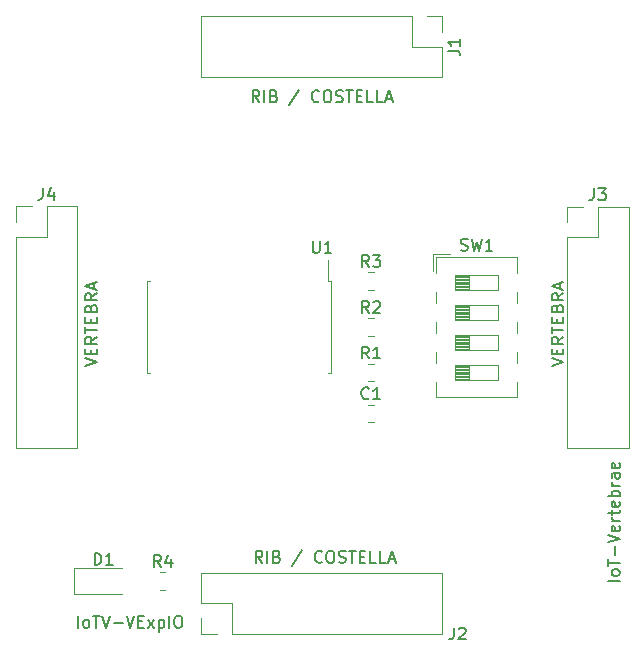
<source format=gbr>
%TF.GenerationSoftware,KiCad,Pcbnew,6.0.7+dfsg-1~bpo11+1*%
%TF.CreationDate,2022-10-12T23:47:36+02:00*%
%TF.ProjectId,vertExpIO_00,76657274-4578-4704-994f-5f30302e6b69,rev?*%
%TF.SameCoordinates,Original*%
%TF.FileFunction,Legend,Top*%
%TF.FilePolarity,Positive*%
%FSLAX46Y46*%
G04 Gerber Fmt 4.6, Leading zero omitted, Abs format (unit mm)*
G04 Created by KiCad (PCBNEW 6.0.7+dfsg-1~bpo11+1) date 2022-10-12 23:47:36*
%MOMM*%
%LPD*%
G01*
G04 APERTURE LIST*
%ADD10C,0.150000*%
%ADD11C,0.120000*%
G04 APERTURE END LIST*
D10*
X141691785Y-81682380D02*
X141358452Y-81206190D01*
X141120357Y-81682380D02*
X141120357Y-80682380D01*
X141501309Y-80682380D01*
X141596547Y-80730000D01*
X141644166Y-80777619D01*
X141691785Y-80872857D01*
X141691785Y-81015714D01*
X141644166Y-81110952D01*
X141596547Y-81158571D01*
X141501309Y-81206190D01*
X141120357Y-81206190D01*
X142120357Y-81682380D02*
X142120357Y-80682380D01*
X142929880Y-81158571D02*
X143072738Y-81206190D01*
X143120357Y-81253809D01*
X143167976Y-81349047D01*
X143167976Y-81491904D01*
X143120357Y-81587142D01*
X143072738Y-81634761D01*
X142977500Y-81682380D01*
X142596547Y-81682380D01*
X142596547Y-80682380D01*
X142929880Y-80682380D01*
X143025119Y-80730000D01*
X143072738Y-80777619D01*
X143120357Y-80872857D01*
X143120357Y-80968095D01*
X143072738Y-81063333D01*
X143025119Y-81110952D01*
X142929880Y-81158571D01*
X142596547Y-81158571D01*
X145072738Y-80634761D02*
X144215595Y-81920476D01*
X146739404Y-81587142D02*
X146691785Y-81634761D01*
X146548928Y-81682380D01*
X146453690Y-81682380D01*
X146310833Y-81634761D01*
X146215595Y-81539523D01*
X146167976Y-81444285D01*
X146120357Y-81253809D01*
X146120357Y-81110952D01*
X146167976Y-80920476D01*
X146215595Y-80825238D01*
X146310833Y-80730000D01*
X146453690Y-80682380D01*
X146548928Y-80682380D01*
X146691785Y-80730000D01*
X146739404Y-80777619D01*
X147358452Y-80682380D02*
X147548928Y-80682380D01*
X147644166Y-80730000D01*
X147739404Y-80825238D01*
X147787023Y-81015714D01*
X147787023Y-81349047D01*
X147739404Y-81539523D01*
X147644166Y-81634761D01*
X147548928Y-81682380D01*
X147358452Y-81682380D01*
X147263214Y-81634761D01*
X147167976Y-81539523D01*
X147120357Y-81349047D01*
X147120357Y-81015714D01*
X147167976Y-80825238D01*
X147263214Y-80730000D01*
X147358452Y-80682380D01*
X148167976Y-81634761D02*
X148310833Y-81682380D01*
X148548928Y-81682380D01*
X148644166Y-81634761D01*
X148691785Y-81587142D01*
X148739404Y-81491904D01*
X148739404Y-81396666D01*
X148691785Y-81301428D01*
X148644166Y-81253809D01*
X148548928Y-81206190D01*
X148358452Y-81158571D01*
X148263214Y-81110952D01*
X148215595Y-81063333D01*
X148167976Y-80968095D01*
X148167976Y-80872857D01*
X148215595Y-80777619D01*
X148263214Y-80730000D01*
X148358452Y-80682380D01*
X148596547Y-80682380D01*
X148739404Y-80730000D01*
X149025119Y-80682380D02*
X149596547Y-80682380D01*
X149310833Y-81682380D02*
X149310833Y-80682380D01*
X149929880Y-81158571D02*
X150263214Y-81158571D01*
X150406071Y-81682380D02*
X149929880Y-81682380D01*
X149929880Y-80682380D01*
X150406071Y-80682380D01*
X151310833Y-81682380D02*
X150834642Y-81682380D01*
X150834642Y-80682380D01*
X152120357Y-81682380D02*
X151644166Y-81682380D01*
X151644166Y-80682380D01*
X152406071Y-81396666D02*
X152882261Y-81396666D01*
X152310833Y-81682380D02*
X152644166Y-80682380D01*
X152977500Y-81682380D01*
X126346547Y-126182380D02*
X126346547Y-125182380D01*
X126965595Y-126182380D02*
X126870357Y-126134761D01*
X126822738Y-126087142D01*
X126775119Y-125991904D01*
X126775119Y-125706190D01*
X126822738Y-125610952D01*
X126870357Y-125563333D01*
X126965595Y-125515714D01*
X127108452Y-125515714D01*
X127203690Y-125563333D01*
X127251309Y-125610952D01*
X127298928Y-125706190D01*
X127298928Y-125991904D01*
X127251309Y-126087142D01*
X127203690Y-126134761D01*
X127108452Y-126182380D01*
X126965595Y-126182380D01*
X127584642Y-125182380D02*
X128156071Y-125182380D01*
X127870357Y-126182380D02*
X127870357Y-125182380D01*
X128346547Y-125182380D02*
X128679880Y-126182380D01*
X129013214Y-125182380D01*
X129346547Y-125801428D02*
X130108452Y-125801428D01*
X130441785Y-125182380D02*
X130775119Y-126182380D01*
X131108452Y-125182380D01*
X131441785Y-125658571D02*
X131775119Y-125658571D01*
X131917976Y-126182380D02*
X131441785Y-126182380D01*
X131441785Y-125182380D01*
X131917976Y-125182380D01*
X132251309Y-126182380D02*
X132775119Y-125515714D01*
X132251309Y-125515714D02*
X132775119Y-126182380D01*
X133156071Y-125515714D02*
X133156071Y-126515714D01*
X133156071Y-125563333D02*
X133251309Y-125515714D01*
X133441785Y-125515714D01*
X133537023Y-125563333D01*
X133584642Y-125610952D01*
X133632261Y-125706190D01*
X133632261Y-125991904D01*
X133584642Y-126087142D01*
X133537023Y-126134761D01*
X133441785Y-126182380D01*
X133251309Y-126182380D01*
X133156071Y-126134761D01*
X134060833Y-126182380D02*
X134060833Y-125182380D01*
X134727500Y-125182380D02*
X134917976Y-125182380D01*
X135013214Y-125230000D01*
X135108452Y-125325238D01*
X135156071Y-125515714D01*
X135156071Y-125849047D01*
X135108452Y-126039523D01*
X135013214Y-126134761D01*
X134917976Y-126182380D01*
X134727500Y-126182380D01*
X134632261Y-126134761D01*
X134537023Y-126039523D01*
X134489404Y-125849047D01*
X134489404Y-125515714D01*
X134537023Y-125325238D01*
X134632261Y-125230000D01*
X134727500Y-125182380D01*
X126929880Y-104027619D02*
X127929880Y-103694285D01*
X126929880Y-103360952D01*
X127406071Y-103027619D02*
X127406071Y-102694285D01*
X127929880Y-102551428D02*
X127929880Y-103027619D01*
X126929880Y-103027619D01*
X126929880Y-102551428D01*
X127929880Y-101551428D02*
X127453690Y-101884761D01*
X127929880Y-102122857D02*
X126929880Y-102122857D01*
X126929880Y-101741904D01*
X126977500Y-101646666D01*
X127025119Y-101599047D01*
X127120357Y-101551428D01*
X127263214Y-101551428D01*
X127358452Y-101599047D01*
X127406071Y-101646666D01*
X127453690Y-101741904D01*
X127453690Y-102122857D01*
X126929880Y-101265714D02*
X126929880Y-100694285D01*
X127929880Y-100980000D02*
X126929880Y-100980000D01*
X127406071Y-100360952D02*
X127406071Y-100027619D01*
X127929880Y-99884761D02*
X127929880Y-100360952D01*
X126929880Y-100360952D01*
X126929880Y-99884761D01*
X127406071Y-99122857D02*
X127453690Y-98980000D01*
X127501309Y-98932380D01*
X127596547Y-98884761D01*
X127739404Y-98884761D01*
X127834642Y-98932380D01*
X127882261Y-98980000D01*
X127929880Y-99075238D01*
X127929880Y-99456190D01*
X126929880Y-99456190D01*
X126929880Y-99122857D01*
X126977500Y-99027619D01*
X127025119Y-98980000D01*
X127120357Y-98932380D01*
X127215595Y-98932380D01*
X127310833Y-98980000D01*
X127358452Y-99027619D01*
X127406071Y-99122857D01*
X127406071Y-99456190D01*
X127929880Y-97884761D02*
X127453690Y-98218095D01*
X127929880Y-98456190D02*
X126929880Y-98456190D01*
X126929880Y-98075238D01*
X126977500Y-97980000D01*
X127025119Y-97932380D01*
X127120357Y-97884761D01*
X127263214Y-97884761D01*
X127358452Y-97932380D01*
X127406071Y-97980000D01*
X127453690Y-98075238D01*
X127453690Y-98456190D01*
X127644166Y-97503809D02*
X127644166Y-97027619D01*
X127929880Y-97599047D02*
X126929880Y-97265714D01*
X127929880Y-96932380D01*
X172179880Y-122206190D02*
X171179880Y-122206190D01*
X172179880Y-121587142D02*
X172132261Y-121682380D01*
X172084642Y-121730000D01*
X171989404Y-121777619D01*
X171703690Y-121777619D01*
X171608452Y-121730000D01*
X171560833Y-121682380D01*
X171513214Y-121587142D01*
X171513214Y-121444285D01*
X171560833Y-121349047D01*
X171608452Y-121301428D01*
X171703690Y-121253809D01*
X171989404Y-121253809D01*
X172084642Y-121301428D01*
X172132261Y-121349047D01*
X172179880Y-121444285D01*
X172179880Y-121587142D01*
X171179880Y-120968095D02*
X171179880Y-120396666D01*
X172179880Y-120682380D02*
X171179880Y-120682380D01*
X171798928Y-120063333D02*
X171798928Y-119301428D01*
X171179880Y-118968095D02*
X172179880Y-118634761D01*
X171179880Y-118301428D01*
X172132261Y-117587142D02*
X172179880Y-117682380D01*
X172179880Y-117872857D01*
X172132261Y-117968095D01*
X172037023Y-118015714D01*
X171656071Y-118015714D01*
X171560833Y-117968095D01*
X171513214Y-117872857D01*
X171513214Y-117682380D01*
X171560833Y-117587142D01*
X171656071Y-117539523D01*
X171751309Y-117539523D01*
X171846547Y-118015714D01*
X172179880Y-117110952D02*
X171513214Y-117110952D01*
X171703690Y-117110952D02*
X171608452Y-117063333D01*
X171560833Y-117015714D01*
X171513214Y-116920476D01*
X171513214Y-116825238D01*
X171513214Y-116634761D02*
X171513214Y-116253809D01*
X171179880Y-116491904D02*
X172037023Y-116491904D01*
X172132261Y-116444285D01*
X172179880Y-116349047D01*
X172179880Y-116253809D01*
X172132261Y-115539523D02*
X172179880Y-115634761D01*
X172179880Y-115825238D01*
X172132261Y-115920476D01*
X172037023Y-115968095D01*
X171656071Y-115968095D01*
X171560833Y-115920476D01*
X171513214Y-115825238D01*
X171513214Y-115634761D01*
X171560833Y-115539523D01*
X171656071Y-115491904D01*
X171751309Y-115491904D01*
X171846547Y-115968095D01*
X172179880Y-115063333D02*
X171179880Y-115063333D01*
X171560833Y-115063333D02*
X171513214Y-114968095D01*
X171513214Y-114777619D01*
X171560833Y-114682380D01*
X171608452Y-114634761D01*
X171703690Y-114587142D01*
X171989404Y-114587142D01*
X172084642Y-114634761D01*
X172132261Y-114682380D01*
X172179880Y-114777619D01*
X172179880Y-114968095D01*
X172132261Y-115063333D01*
X172179880Y-114158571D02*
X171513214Y-114158571D01*
X171703690Y-114158571D02*
X171608452Y-114110952D01*
X171560833Y-114063333D01*
X171513214Y-113968095D01*
X171513214Y-113872857D01*
X172179880Y-113110952D02*
X171656071Y-113110952D01*
X171560833Y-113158571D01*
X171513214Y-113253809D01*
X171513214Y-113444285D01*
X171560833Y-113539523D01*
X172132261Y-113110952D02*
X172179880Y-113206190D01*
X172179880Y-113444285D01*
X172132261Y-113539523D01*
X172037023Y-113587142D01*
X171941785Y-113587142D01*
X171846547Y-113539523D01*
X171798928Y-113444285D01*
X171798928Y-113206190D01*
X171751309Y-113110952D01*
X172132261Y-112253809D02*
X172179880Y-112349047D01*
X172179880Y-112539523D01*
X172132261Y-112634761D01*
X172037023Y-112682380D01*
X171656071Y-112682380D01*
X171560833Y-112634761D01*
X171513214Y-112539523D01*
X171513214Y-112349047D01*
X171560833Y-112253809D01*
X171656071Y-112206190D01*
X171751309Y-112206190D01*
X171846547Y-112682380D01*
X141941785Y-120682380D02*
X141608452Y-120206190D01*
X141370357Y-120682380D02*
X141370357Y-119682380D01*
X141751309Y-119682380D01*
X141846547Y-119730000D01*
X141894166Y-119777619D01*
X141941785Y-119872857D01*
X141941785Y-120015714D01*
X141894166Y-120110952D01*
X141846547Y-120158571D01*
X141751309Y-120206190D01*
X141370357Y-120206190D01*
X142370357Y-120682380D02*
X142370357Y-119682380D01*
X143179880Y-120158571D02*
X143322738Y-120206190D01*
X143370357Y-120253809D01*
X143417976Y-120349047D01*
X143417976Y-120491904D01*
X143370357Y-120587142D01*
X143322738Y-120634761D01*
X143227500Y-120682380D01*
X142846547Y-120682380D01*
X142846547Y-119682380D01*
X143179880Y-119682380D01*
X143275119Y-119730000D01*
X143322738Y-119777619D01*
X143370357Y-119872857D01*
X143370357Y-119968095D01*
X143322738Y-120063333D01*
X143275119Y-120110952D01*
X143179880Y-120158571D01*
X142846547Y-120158571D01*
X145322738Y-119634761D02*
X144465595Y-120920476D01*
X146989404Y-120587142D02*
X146941785Y-120634761D01*
X146798928Y-120682380D01*
X146703690Y-120682380D01*
X146560833Y-120634761D01*
X146465595Y-120539523D01*
X146417976Y-120444285D01*
X146370357Y-120253809D01*
X146370357Y-120110952D01*
X146417976Y-119920476D01*
X146465595Y-119825238D01*
X146560833Y-119730000D01*
X146703690Y-119682380D01*
X146798928Y-119682380D01*
X146941785Y-119730000D01*
X146989404Y-119777619D01*
X147608452Y-119682380D02*
X147798928Y-119682380D01*
X147894166Y-119730000D01*
X147989404Y-119825238D01*
X148037023Y-120015714D01*
X148037023Y-120349047D01*
X147989404Y-120539523D01*
X147894166Y-120634761D01*
X147798928Y-120682380D01*
X147608452Y-120682380D01*
X147513214Y-120634761D01*
X147417976Y-120539523D01*
X147370357Y-120349047D01*
X147370357Y-120015714D01*
X147417976Y-119825238D01*
X147513214Y-119730000D01*
X147608452Y-119682380D01*
X148417976Y-120634761D02*
X148560833Y-120682380D01*
X148798928Y-120682380D01*
X148894166Y-120634761D01*
X148941785Y-120587142D01*
X148989404Y-120491904D01*
X148989404Y-120396666D01*
X148941785Y-120301428D01*
X148894166Y-120253809D01*
X148798928Y-120206190D01*
X148608452Y-120158571D01*
X148513214Y-120110952D01*
X148465595Y-120063333D01*
X148417976Y-119968095D01*
X148417976Y-119872857D01*
X148465595Y-119777619D01*
X148513214Y-119730000D01*
X148608452Y-119682380D01*
X148846547Y-119682380D01*
X148989404Y-119730000D01*
X149275119Y-119682380D02*
X149846547Y-119682380D01*
X149560833Y-120682380D02*
X149560833Y-119682380D01*
X150179880Y-120158571D02*
X150513214Y-120158571D01*
X150656071Y-120682380D02*
X150179880Y-120682380D01*
X150179880Y-119682380D01*
X150656071Y-119682380D01*
X151560833Y-120682380D02*
X151084642Y-120682380D01*
X151084642Y-119682380D01*
X152370357Y-120682380D02*
X151894166Y-120682380D01*
X151894166Y-119682380D01*
X152656071Y-120396666D02*
X153132261Y-120396666D01*
X152560833Y-120682380D02*
X152894166Y-119682380D01*
X153227500Y-120682380D01*
X166429880Y-104027619D02*
X167429880Y-103694285D01*
X166429880Y-103360952D01*
X166906071Y-103027619D02*
X166906071Y-102694285D01*
X167429880Y-102551428D02*
X167429880Y-103027619D01*
X166429880Y-103027619D01*
X166429880Y-102551428D01*
X167429880Y-101551428D02*
X166953690Y-101884761D01*
X167429880Y-102122857D02*
X166429880Y-102122857D01*
X166429880Y-101741904D01*
X166477500Y-101646666D01*
X166525119Y-101599047D01*
X166620357Y-101551428D01*
X166763214Y-101551428D01*
X166858452Y-101599047D01*
X166906071Y-101646666D01*
X166953690Y-101741904D01*
X166953690Y-102122857D01*
X166429880Y-101265714D02*
X166429880Y-100694285D01*
X167429880Y-100980000D02*
X166429880Y-100980000D01*
X166906071Y-100360952D02*
X166906071Y-100027619D01*
X167429880Y-99884761D02*
X167429880Y-100360952D01*
X166429880Y-100360952D01*
X166429880Y-99884761D01*
X166906071Y-99122857D02*
X166953690Y-98980000D01*
X167001309Y-98932380D01*
X167096547Y-98884761D01*
X167239404Y-98884761D01*
X167334642Y-98932380D01*
X167382261Y-98980000D01*
X167429880Y-99075238D01*
X167429880Y-99456190D01*
X166429880Y-99456190D01*
X166429880Y-99122857D01*
X166477500Y-99027619D01*
X166525119Y-98980000D01*
X166620357Y-98932380D01*
X166715595Y-98932380D01*
X166810833Y-98980000D01*
X166858452Y-99027619D01*
X166906071Y-99122857D01*
X166906071Y-99456190D01*
X167429880Y-97884761D02*
X166953690Y-98218095D01*
X167429880Y-98456190D02*
X166429880Y-98456190D01*
X166429880Y-98075238D01*
X166477500Y-97980000D01*
X166525119Y-97932380D01*
X166620357Y-97884761D01*
X166763214Y-97884761D01*
X166858452Y-97932380D01*
X166906071Y-97980000D01*
X166953690Y-98075238D01*
X166953690Y-98456190D01*
X167144166Y-97503809D02*
X167144166Y-97027619D01*
X167429880Y-97599047D02*
X166429880Y-97265714D01*
X167429880Y-96932380D01*
%TO.C,J3*%
X170009166Y-88987380D02*
X170009166Y-89701666D01*
X169961547Y-89844523D01*
X169866309Y-89939761D01*
X169723452Y-89987380D01*
X169628214Y-89987380D01*
X170390119Y-88987380D02*
X171009166Y-88987380D01*
X170675833Y-89368333D01*
X170818690Y-89368333D01*
X170913928Y-89415952D01*
X170961547Y-89463571D01*
X171009166Y-89558809D01*
X171009166Y-89796904D01*
X170961547Y-89892142D01*
X170913928Y-89939761D01*
X170818690Y-89987380D01*
X170532976Y-89987380D01*
X170437738Y-89939761D01*
X170390119Y-89892142D01*
%TO.C,R2*%
X150960833Y-99532380D02*
X150627500Y-99056190D01*
X150389404Y-99532380D02*
X150389404Y-98532380D01*
X150770357Y-98532380D01*
X150865595Y-98580000D01*
X150913214Y-98627619D01*
X150960833Y-98722857D01*
X150960833Y-98865714D01*
X150913214Y-98960952D01*
X150865595Y-99008571D01*
X150770357Y-99056190D01*
X150389404Y-99056190D01*
X151341785Y-98627619D02*
X151389404Y-98580000D01*
X151484642Y-98532380D01*
X151722738Y-98532380D01*
X151817976Y-98580000D01*
X151865595Y-98627619D01*
X151913214Y-98722857D01*
X151913214Y-98818095D01*
X151865595Y-98960952D01*
X151294166Y-99532380D01*
X151913214Y-99532380D01*
%TO.C,U1*%
X146215595Y-93432380D02*
X146215595Y-94241904D01*
X146263214Y-94337142D01*
X146310833Y-94384761D01*
X146406071Y-94432380D01*
X146596547Y-94432380D01*
X146691785Y-94384761D01*
X146739404Y-94337142D01*
X146787023Y-94241904D01*
X146787023Y-93432380D01*
X147787023Y-94432380D02*
X147215595Y-94432380D01*
X147501309Y-94432380D02*
X147501309Y-93432380D01*
X147406071Y-93575238D01*
X147310833Y-93670476D01*
X147215595Y-93718095D01*
%TO.C,J4*%
X123354166Y-88942380D02*
X123354166Y-89656666D01*
X123306547Y-89799523D01*
X123211309Y-89894761D01*
X123068452Y-89942380D01*
X122973214Y-89942380D01*
X124258928Y-89275714D02*
X124258928Y-89942380D01*
X124020833Y-88894761D02*
X123782738Y-89609047D01*
X124401785Y-89609047D01*
%TO.C,R3*%
X150960833Y-95632380D02*
X150627500Y-95156190D01*
X150389404Y-95632380D02*
X150389404Y-94632380D01*
X150770357Y-94632380D01*
X150865595Y-94680000D01*
X150913214Y-94727619D01*
X150960833Y-94822857D01*
X150960833Y-94965714D01*
X150913214Y-95060952D01*
X150865595Y-95108571D01*
X150770357Y-95156190D01*
X150389404Y-95156190D01*
X151294166Y-94632380D02*
X151913214Y-94632380D01*
X151579880Y-95013333D01*
X151722738Y-95013333D01*
X151817976Y-95060952D01*
X151865595Y-95108571D01*
X151913214Y-95203809D01*
X151913214Y-95441904D01*
X151865595Y-95537142D01*
X151817976Y-95584761D01*
X151722738Y-95632380D01*
X151437023Y-95632380D01*
X151341785Y-95584761D01*
X151294166Y-95537142D01*
%TO.C,R4*%
X133340833Y-121042380D02*
X133007500Y-120566190D01*
X132769404Y-121042380D02*
X132769404Y-120042380D01*
X133150357Y-120042380D01*
X133245595Y-120090000D01*
X133293214Y-120137619D01*
X133340833Y-120232857D01*
X133340833Y-120375714D01*
X133293214Y-120470952D01*
X133245595Y-120518571D01*
X133150357Y-120566190D01*
X132769404Y-120566190D01*
X134197976Y-120375714D02*
X134197976Y-121042380D01*
X133959880Y-119994761D02*
X133721785Y-120709047D01*
X134340833Y-120709047D01*
%TO.C,R1*%
X150960833Y-103382380D02*
X150627500Y-102906190D01*
X150389404Y-103382380D02*
X150389404Y-102382380D01*
X150770357Y-102382380D01*
X150865595Y-102430000D01*
X150913214Y-102477619D01*
X150960833Y-102572857D01*
X150960833Y-102715714D01*
X150913214Y-102810952D01*
X150865595Y-102858571D01*
X150770357Y-102906190D01*
X150389404Y-102906190D01*
X151913214Y-103382380D02*
X151341785Y-103382380D01*
X151627500Y-103382380D02*
X151627500Y-102382380D01*
X151532261Y-102525238D01*
X151437023Y-102620476D01*
X151341785Y-102668095D01*
%TO.C,SW1*%
X158744166Y-94214761D02*
X158887023Y-94262380D01*
X159125119Y-94262380D01*
X159220357Y-94214761D01*
X159267976Y-94167142D01*
X159315595Y-94071904D01*
X159315595Y-93976666D01*
X159267976Y-93881428D01*
X159220357Y-93833809D01*
X159125119Y-93786190D01*
X158934642Y-93738571D01*
X158839404Y-93690952D01*
X158791785Y-93643333D01*
X158744166Y-93548095D01*
X158744166Y-93452857D01*
X158791785Y-93357619D01*
X158839404Y-93310000D01*
X158934642Y-93262380D01*
X159172738Y-93262380D01*
X159315595Y-93310000D01*
X159648928Y-93262380D02*
X159887023Y-94262380D01*
X160077500Y-93548095D01*
X160267976Y-94262380D01*
X160506071Y-93262380D01*
X161410833Y-94262380D02*
X160839404Y-94262380D01*
X161125119Y-94262380D02*
X161125119Y-93262380D01*
X161029880Y-93405238D01*
X160934642Y-93500476D01*
X160839404Y-93548095D01*
%TO.C,J1*%
X157634880Y-77333333D02*
X158349166Y-77333333D01*
X158492023Y-77380952D01*
X158587261Y-77476190D01*
X158634880Y-77619047D01*
X158634880Y-77714285D01*
X158634880Y-76333333D02*
X158634880Y-76904761D01*
X158634880Y-76619047D02*
X157634880Y-76619047D01*
X157777738Y-76714285D01*
X157872976Y-76809523D01*
X157920595Y-76904761D01*
%TO.C,J2*%
X158144166Y-126182380D02*
X158144166Y-126896666D01*
X158096547Y-127039523D01*
X158001309Y-127134761D01*
X157858452Y-127182380D01*
X157763214Y-127182380D01*
X158572738Y-126277619D02*
X158620357Y-126230000D01*
X158715595Y-126182380D01*
X158953690Y-126182380D01*
X159048928Y-126230000D01*
X159096547Y-126277619D01*
X159144166Y-126372857D01*
X159144166Y-126468095D01*
X159096547Y-126610952D01*
X158525119Y-127182380D01*
X159144166Y-127182380D01*
%TO.C,D1*%
X127739404Y-120862380D02*
X127739404Y-119862380D01*
X127977500Y-119862380D01*
X128120357Y-119910000D01*
X128215595Y-120005238D01*
X128263214Y-120100476D01*
X128310833Y-120290952D01*
X128310833Y-120433809D01*
X128263214Y-120624285D01*
X128215595Y-120719523D01*
X128120357Y-120814761D01*
X127977500Y-120862380D01*
X127739404Y-120862380D01*
X129263214Y-120862380D02*
X128691785Y-120862380D01*
X128977500Y-120862380D02*
X128977500Y-119862380D01*
X128882261Y-120005238D01*
X128787023Y-120100476D01*
X128691785Y-120148095D01*
%TO.C,C1*%
X150953333Y-106747142D02*
X150905714Y-106794761D01*
X150762857Y-106842380D01*
X150667619Y-106842380D01*
X150524761Y-106794761D01*
X150429523Y-106699523D01*
X150381904Y-106604285D01*
X150334285Y-106413809D01*
X150334285Y-106270952D01*
X150381904Y-106080476D01*
X150429523Y-105985238D01*
X150524761Y-105890000D01*
X150667619Y-105842380D01*
X150762857Y-105842380D01*
X150905714Y-105890000D01*
X150953333Y-105937619D01*
X151905714Y-106842380D02*
X151334285Y-106842380D01*
X151620000Y-106842380D02*
X151620000Y-105842380D01*
X151524761Y-105985238D01*
X151429523Y-106080476D01*
X151334285Y-106128095D01*
D11*
%TO.C,J3*%
X167742500Y-93135000D02*
X167742500Y-110975000D01*
X167742500Y-93135000D02*
X170342500Y-93135000D01*
X167742500Y-91865000D02*
X167742500Y-90535000D01*
X172942500Y-90535000D02*
X172942500Y-110975000D01*
X167742500Y-110975000D02*
X172942500Y-110975000D01*
X170342500Y-93135000D02*
X170342500Y-90535000D01*
X170342500Y-90535000D02*
X172942500Y-90535000D01*
X167742500Y-90535000D02*
X169072500Y-90535000D01*
%TO.C,R2*%
X150900436Y-101465000D02*
X151354564Y-101465000D01*
X150900436Y-99995000D02*
X151354564Y-99995000D01*
%TO.C,U1*%
X147787500Y-100730000D02*
X147787500Y-96870000D01*
X147787500Y-96870000D02*
X147522500Y-96870000D01*
X147787500Y-100730000D02*
X147787500Y-104590000D01*
X132167500Y-100730000D02*
X132167500Y-96870000D01*
X132167500Y-96870000D02*
X132432500Y-96870000D01*
X147787500Y-104590000D02*
X147522500Y-104590000D01*
X132167500Y-100730000D02*
X132167500Y-104590000D01*
X132167500Y-104590000D02*
X132432500Y-104590000D01*
X147522500Y-96870000D02*
X147522500Y-95055000D01*
%TO.C,J4*%
X121087500Y-110930000D02*
X126287500Y-110930000D01*
X121087500Y-91820000D02*
X121087500Y-90490000D01*
X121087500Y-90490000D02*
X122417500Y-90490000D01*
X126287500Y-90490000D02*
X126287500Y-110930000D01*
X123687500Y-93090000D02*
X123687500Y-90490000D01*
X123687500Y-90490000D02*
X126287500Y-90490000D01*
X121087500Y-93090000D02*
X121087500Y-110930000D01*
X121087500Y-93090000D02*
X123687500Y-93090000D01*
%TO.C,R3*%
X150900436Y-96095000D02*
X151354564Y-96095000D01*
X150900436Y-97565000D02*
X151354564Y-97565000D01*
%TO.C,R4*%
X133704564Y-121495000D02*
X133250436Y-121495000D01*
X133704564Y-122965000D02*
X133250436Y-122965000D01*
%TO.C,R1*%
X150900436Y-105315000D02*
X151354564Y-105315000D01*
X150900436Y-103845000D02*
X151354564Y-103845000D01*
%TO.C,SW1*%
X158267500Y-99665000D02*
X159474167Y-99665000D01*
X158267500Y-104505000D02*
X159474167Y-104505000D01*
X156427500Y-94570000D02*
X156427500Y-95953000D01*
X158267500Y-99065000D02*
X159474167Y-99065000D01*
X158267500Y-102635000D02*
X161887500Y-102635000D01*
X158267500Y-100095000D02*
X161887500Y-100095000D01*
X156667500Y-97720000D02*
X156667500Y-98660000D01*
X159474167Y-98825000D02*
X159474167Y-100095000D01*
X158267500Y-101485000D02*
X159474167Y-101485000D01*
X158267500Y-97125000D02*
X159474167Y-97125000D01*
X161887500Y-105175000D02*
X161887500Y-103905000D01*
X158267500Y-104025000D02*
X159474167Y-104025000D01*
X158267500Y-101365000D02*
X158267500Y-102635000D01*
X159474167Y-96285000D02*
X159474167Y-97555000D01*
X158267500Y-101845000D02*
X159474167Y-101845000D01*
X156667500Y-100260000D02*
X156667500Y-101200000D01*
X161887500Y-103905000D02*
X158267500Y-103905000D01*
X156667500Y-94810000D02*
X156667500Y-96120000D01*
X158267500Y-99185000D02*
X159474167Y-99185000D01*
X158267500Y-104265000D02*
X159474167Y-104265000D01*
X158267500Y-96885000D02*
X159474167Y-96885000D01*
X158267500Y-97485000D02*
X159474167Y-97485000D01*
X158267500Y-100025000D02*
X159474167Y-100025000D01*
X158267500Y-101965000D02*
X159474167Y-101965000D01*
X158267500Y-97245000D02*
X159474167Y-97245000D01*
X158267500Y-98825000D02*
X158267500Y-100095000D01*
X158267500Y-99545000D02*
X159474167Y-99545000D01*
X163487500Y-105340000D02*
X163487500Y-106650000D01*
X158267500Y-104745000D02*
X159474167Y-104745000D01*
X158267500Y-104865000D02*
X159474167Y-104865000D01*
X158267500Y-101605000D02*
X159474167Y-101605000D01*
X161887500Y-101365000D02*
X158267500Y-101365000D01*
X158267500Y-101725000D02*
X159474167Y-101725000D01*
X158267500Y-96285000D02*
X158267500Y-97555000D01*
X158267500Y-102445000D02*
X159474167Y-102445000D01*
X158267500Y-104985000D02*
X159474167Y-104985000D01*
X156667500Y-94810000D02*
X163487500Y-94810000D01*
X156667500Y-106650000D02*
X163487500Y-106650000D01*
X158267500Y-99425000D02*
X159474167Y-99425000D01*
X158267500Y-97555000D02*
X161887500Y-97555000D01*
X158267500Y-97365000D02*
X159474167Y-97365000D01*
X158267500Y-96525000D02*
X159474167Y-96525000D01*
X158267500Y-97005000D02*
X159474167Y-97005000D01*
X159474167Y-101365000D02*
X159474167Y-102635000D01*
X156667500Y-102800000D02*
X156667500Y-103740000D01*
X161887500Y-98825000D02*
X158267500Y-98825000D01*
X158267500Y-102205000D02*
X159474167Y-102205000D01*
X158267500Y-99905000D02*
X159474167Y-99905000D01*
X161887500Y-97555000D02*
X161887500Y-96285000D01*
X158267500Y-98945000D02*
X159474167Y-98945000D01*
X158267500Y-99305000D02*
X159474167Y-99305000D01*
X158267500Y-96765000D02*
X159474167Y-96765000D01*
X161887500Y-96285000D02*
X158267500Y-96285000D01*
X158267500Y-96645000D02*
X159474167Y-96645000D01*
X158267500Y-104625000D02*
X159474167Y-104625000D01*
X158267500Y-102325000D02*
X159474167Y-102325000D01*
X156667500Y-105340000D02*
X156667500Y-106650000D01*
X156427500Y-94570000D02*
X157810500Y-94570000D01*
X158267500Y-105175000D02*
X161887500Y-105175000D01*
X158267500Y-96405000D02*
X159474167Y-96405000D01*
X158267500Y-103905000D02*
X158267500Y-105175000D01*
X158267500Y-99785000D02*
X159474167Y-99785000D01*
X159474167Y-103905000D02*
X159474167Y-105175000D01*
X158267500Y-102565000D02*
X159474167Y-102565000D01*
X163487500Y-100260000D02*
X163487500Y-101200000D01*
X163487500Y-94810000D02*
X163487500Y-96120000D01*
X158267500Y-104385000D02*
X159474167Y-104385000D01*
X158267500Y-104145000D02*
X159474167Y-104145000D01*
X158267500Y-102085000D02*
X159474167Y-102085000D01*
X163487500Y-97720000D02*
X163487500Y-98660000D01*
X158267500Y-105105000D02*
X159474167Y-105105000D01*
X161887500Y-100095000D02*
X161887500Y-98825000D01*
X161887500Y-102635000D02*
X161887500Y-101365000D01*
X163487500Y-102800000D02*
X163487500Y-103740000D01*
%TO.C,J1*%
X154582500Y-74400000D02*
X136742500Y-74400000D01*
X155852500Y-74400000D02*
X157182500Y-74400000D01*
X157182500Y-79600000D02*
X136742500Y-79600000D01*
X136742500Y-74400000D02*
X136742500Y-79600000D01*
X154582500Y-77000000D02*
X157182500Y-77000000D01*
X157182500Y-77000000D02*
X157182500Y-79600000D01*
X157182500Y-74400000D02*
X157182500Y-75730000D01*
X154582500Y-74400000D02*
X154582500Y-77000000D01*
%TO.C,J2*%
X136742500Y-121525000D02*
X157182500Y-121525000D01*
X139342500Y-126725000D02*
X157182500Y-126725000D01*
X136742500Y-124125000D02*
X136742500Y-121525000D01*
X138072500Y-126725000D02*
X136742500Y-126725000D01*
X136742500Y-126725000D02*
X136742500Y-125395000D01*
X139342500Y-124125000D02*
X136742500Y-124125000D01*
X139342500Y-126725000D02*
X139342500Y-124125000D01*
X157182500Y-126725000D02*
X157182500Y-121525000D01*
%TO.C,D1*%
X126017500Y-121095000D02*
X126017500Y-123365000D01*
X130077500Y-121095000D02*
X126017500Y-121095000D01*
X126017500Y-123365000D02*
X130077500Y-123365000D01*
%TO.C,C1*%
X150858748Y-107335000D02*
X151381252Y-107335000D01*
X150858748Y-108805000D02*
X151381252Y-108805000D01*
%TD*%
M02*

</source>
